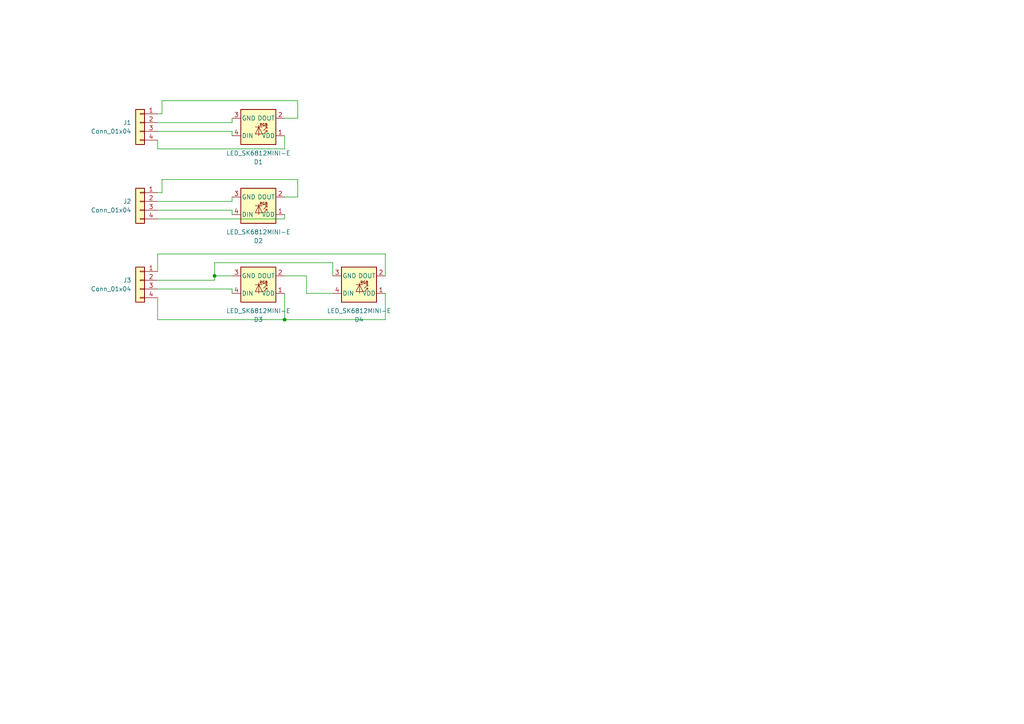
<source format=kicad_sch>
(kicad_sch (version 20230121) (generator eeschema)
  (paper "A4")
  (lib_symbols
    (symbol "Connector_Generic:Conn_01x04" (pin_names (offset 1.016) hide)
      (property "Reference" "J" (at 0 5.08 0))
      (property "Value" "Conn_01x04" (at 0 -7.62 0))
      (symbol "Conn_01x04_1_1"
        (rectangle (start -1.27 -4.953) (end 0 -5.207) (stroke (width 0.1524)))
        (rectangle (start -1.27 -2.413) (end 0 -2.667) (stroke (width 0.1524)))
        (rectangle (start -1.27 0.127) (end 0 -0.127) (stroke (width 0.1524)))
        (rectangle (start -1.27 2.667) (end 0 2.413) (stroke (width 0.1524)))
        (rectangle (start -1.27 3.81) (end 1.27 -6.35) (stroke (width 0.254)) (fill (type background)))
        (pin passive line (at -5.08 2.54 0) (length 3.81) (name "Pin_1") (number "1"))
        (pin passive line (at -5.08 0 0) (length 3.81) (name "Pin_2") (number "2"))
        (pin passive line (at -5.08 -2.54 0) (length 3.81) (name "Pin_3") (number "3"))
        (pin passive line (at -5.08 -5.08 0) (length 3.81) (name "Pin_4") (number "4"))
      )
    )
    (symbol "ScottoKeebs:LED_SK6812MINI-E" (pin_names (offset 0.254))
      (property "Reference" "D" (at 5.08 5.715 0))
      (property "Value" "LED_SK6812MINI-E" (at 1.27 -5.715 0))
      (symbol "LED_SK6812MINI-E_0_0"
        (text "RGB" (at -1.524 -0.635 0) (effects (font (size 0.762 0.762))))
      )
      (symbol "LED_SK6812MINI-E_0_1"
        (rectangle (start -5.08 5.08) (end 5.08 -5.08) (stroke (width 0.254)) (fill (type background)))
        (polyline (pts (xy -2.54 0) (xy -2.032 0)))
        (polyline (pts (xy -2.54 1.016) (xy -2.032 1.016)))
        (polyline (pts (xy 0.889 0) (xy -1.143 0)))
        (polyline (pts (xy -1.524 1.016) (xy -2.54 0) (xy -2.54 0.508)))
        (polyline (pts (xy -1.524 2.032) (xy -2.54 1.016) (xy -2.54 1.524)))
        (polyline (pts (xy -0.127 2.54) (xy -0.127 0) (xy -0.127 -0.508)))
        (polyline (pts (xy 0.889 2.032) (xy -1.143 2.032) (xy -0.127 0) (xy 0.889 2.032)))
      )
      (symbol "LED_SK6812MINI-E_1_1"
        (pin power_in line (at -7.62 2.54 0) (length 2.54) (name "VDD") (number "1"))
        (pin output line (at -7.62 -2.54 0) (length 2.54) (name "DOUT") (number "2"))
        (pin output line (at 7.62 -2.54 180) (length 2.54) (name "GND") (number "3"))
        (pin input line (at 7.62 2.54 180) (length 2.54) (name "DIN") (number "4"))
      )
    )
  )
  (junction (at 62.23 80.01))
  (junction (at 82.55 92.71))
  (wire (pts (xy 86.36 29.21) (xy 86.36 34.29)))
  (wire (pts (xy 82.55 92.71) (xy 45.72 92.71)))
  (wire (pts (xy 67.31 35.56) (xy 67.31 34.29)))
  (wire (pts (xy 45.72 60.96) (xy 67.31 60.96)))
  (wire (pts (xy 67.31 60.96) (xy 67.31 62.23)))
  (wire (pts (xy 45.72 58.42) (xy 67.31 58.42)))
  (wire (pts (xy 62.23 81.28) (xy 62.23 80.01)))
  (wire (pts (xy 45.72 83.82) (xy 67.31 83.82)))
  (wire (pts (xy 67.31 83.82) (xy 67.31 85.09)))
  (wire (pts (xy 82.55 62.23) (xy 82.55 63.5)))
  (wire (pts (xy 82.55 43.18) (xy 45.72 43.18)))
  (wire (pts (xy 88.9 80.01) (xy 88.9 85.09)))
  (wire (pts (xy 67.31 58.42) (xy 67.31 57.15)))
  (wire (pts (xy 45.72 81.28) (xy 62.23 81.28)))
  (wire (pts (xy 45.72 73.66) (xy 45.72 78.74)))
  (wire (pts (xy 82.55 80.01) (xy 88.9 80.01)))
  (wire (pts (xy 111.76 92.71) (xy 82.55 92.71)))
  (wire (pts (xy 111.76 73.66) (xy 45.72 73.66)))
  (wire (pts (xy 82.55 39.37) (xy 82.55 43.18)))
  (wire (pts (xy 46.99 29.21) (xy 86.36 29.21)))
  (wire (pts (xy 67.31 38.1) (xy 67.31 39.37)))
  (wire (pts (xy 45.72 55.88) (xy 46.99 55.88)))
  (wire (pts (xy 45.72 35.56) (xy 67.31 35.56)))
  (wire (pts (xy 82.55 57.15) (xy 86.36 57.15)))
  (wire (pts (xy 62.23 76.2) (xy 96.52 76.2)))
  (wire (pts (xy 111.76 85.09) (xy 111.76 92.71)))
  (wire (pts (xy 111.76 80.01) (xy 111.76 73.66)))
  (wire (pts (xy 45.72 38.1) (xy 67.31 38.1)))
  (wire (pts (xy 62.23 80.01) (xy 67.31 80.01)))
  (wire (pts (xy 46.99 52.07) (xy 86.36 52.07)))
  (wire (pts (xy 46.99 55.88) (xy 46.99 52.07)))
  (wire (pts (xy 82.55 85.09) (xy 82.55 92.71)))
  (wire (pts (xy 96.52 76.2) (xy 96.52 80.01)))
  (wire (pts (xy 88.9 85.09) (xy 96.52 85.09)))
  (wire (pts (xy 45.72 43.18) (xy 45.72 40.64)))
  (wire (pts (xy 82.55 34.29) (xy 86.36 34.29)))
  (wire (pts (xy 62.23 80.01) (xy 62.23 76.2)))
  (wire (pts (xy 45.72 33.02) (xy 46.99 33.02)))
  (wire (pts (xy 45.72 86.36) (xy 45.72 92.71)))
  (wire (pts (xy 86.36 52.07) (xy 86.36 57.15)))
  (wire (pts (xy 82.55 63.5) (xy 45.72 63.5)))
  (wire (pts (xy 46.99 33.02) (xy 46.99 29.21)))
  (symbol (lib_id "ScottoKeebs:LED_SK6812MINI-E") (at 74.93 59.69 180) (unit 1)
    (property "Reference" "D2" (at 74.93 69.85 0))
    (property "Value" "LED_SK6812MINI-E" (at 74.93 67.31 0))
    (property "Footprint" "ScottoKeebs_Components:LED_SK6812MINI-E" (effects hide))
    (property "Datasheet" "https://cdn-shop.adafruit.com/product-files/2686/SK6812MINI_REV.01-1-2.pdf" (effects hide))
  )
  (symbol (lib_id "Connector_Generic:Conn_01x04") (at 40.64 81.28 0) (mirror y) (unit 1)
    (property "Reference" "J3" (at 38.1 81.28 0) (effects (justify left)))
    (property "Value" "Conn_01x04" (at 38.1 83.82 0) (effects (justify left)))
    (property "Footprint" "Connector_PinHeader_2.54mm:PinHeader_1x04_P2.54mm_Vertical" (effects hide))
  )
  (symbol (lib_id "Connector_Generic:Conn_01x04") (at 40.64 35.56 0) (mirror y) (unit 1)
    (property "Reference" "J1" (at 38.1 35.56 0) (effects (justify left)))
    (property "Value" "Conn_01x04" (at 38.1 38.1 0) (effects (justify left)))
    (property "Footprint" "Connector_PinHeader_2.54mm:PinHeader_1x04_P2.54mm_Vertical" (effects hide))
  )
  (symbol (lib_id "ScottoKeebs:LED_SK6812MINI-E") (at 74.93 82.55 180) (unit 1)
    (property "Reference" "D3" (at 74.93 92.71 0))
    (property "Value" "LED_SK6812MINI-E" (at 74.93 90.17 0))
    (property "Footprint" "ScottoKeebs_Components:LED_SK6812MINI-E" (effects hide))
    (property "Datasheet" "https://cdn-shop.adafruit.com/product-files/2686/SK6812MINI_REV.01-1-2.pdf" (effects hide))
  )
  (symbol (lib_id "Connector_Generic:Conn_01x04") (at 40.64 58.42 0) (mirror y) (unit 1)
    (property "Reference" "J2" (at 38.1 58.42 0) (effects (justify left)))
    (property "Value" "Conn_01x04" (at 38.1 60.96 0) (effects (justify left)))
    (property "Footprint" "Connector_PinHeader_2.54mm:PinHeader_1x04_P2.54mm_Vertical" (effects hide))
  )
  (symbol (lib_id "ScottoKeebs:LED_SK6812MINI-E") (at 104.14 82.55 180) (unit 1)
    (property "Reference" "D4" (at 104.14 92.71 0))
    (property "Value" "LED_SK6812MINI-E" (at 104.14 90.17 0))
    (property "Footprint" "ScottoKeebs_Components:LED_SK6812MINI-E" (effects hide))
    (property "Datasheet" "https://cdn-shop.adafruit.com/product-files/2686/SK6812MINI_REV.01-1-2.pdf" (effects hide))
  )
  (symbol (lib_id "ScottoKeebs:LED_SK6812MINI-E") (at 74.93 36.83 180) (unit 1)
    (property "Reference" "D1" (at 74.93 46.99 0))
    (property "Value" "LED_SK6812MINI-E" (at 74.93 44.45 0))
    (property "Footprint" "ScottoKeebs_Components:LED_SK6812MINI-E" (effects hide))
    (property "Datasheet" "https://cdn-shop.adafruit.com/product-files/2686/SK6812MINI_REV.01-1-2.pdf" (effects hide))
  )
)
</source>
